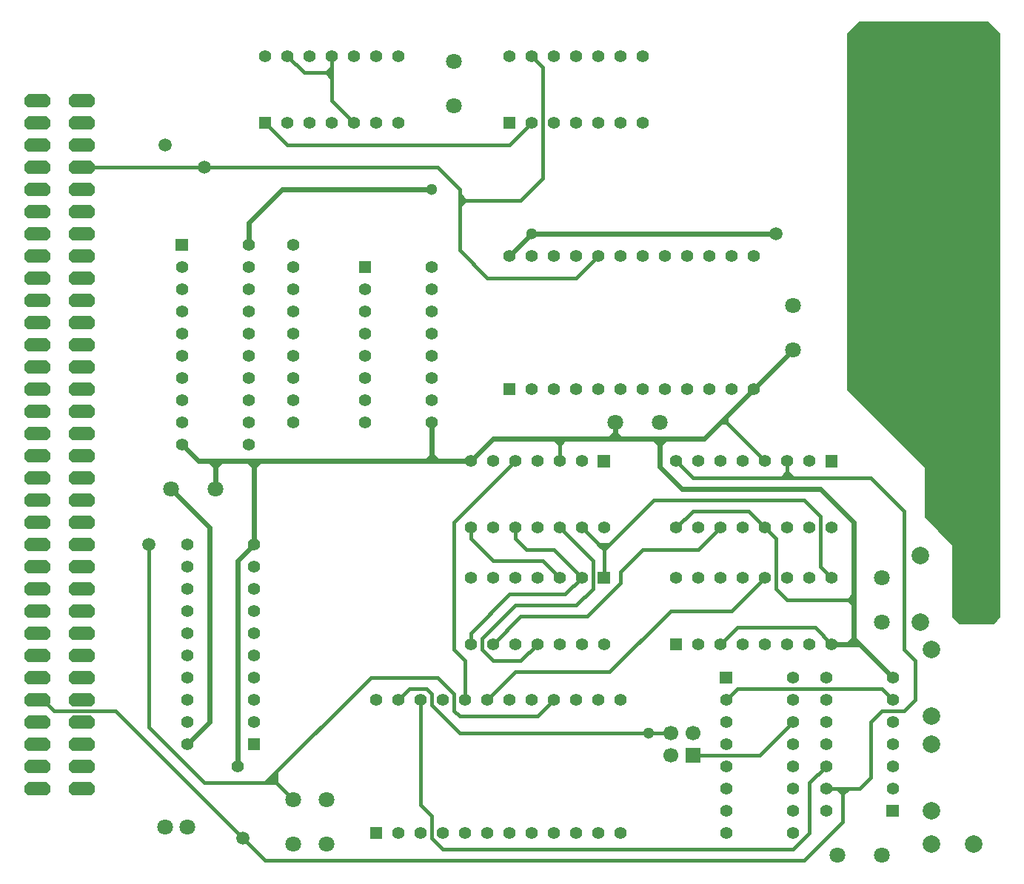
<source format=gbr>
%FSLAX34Y34*%
%MOMM*%
%LNCOPPER_TOP*%
G71*
G01*
%ADD10C,1.400*%
%ADD11C,1.400*%
%ADD12C,0.400*%
%ADD13C,2.000*%
%ADD14C,1.700*%
%ADD15C,1.800*%
%ADD16C,0.600*%
%ADD17C,1.500*%
%ADD18C,1.300*%
%LPD*%
G36*
X67550Y854012D02*
X71938Y858400D01*
X93162Y858400D01*
X97550Y854012D01*
X97550Y847788D01*
X93162Y843400D01*
X71938Y843400D01*
X67550Y847788D01*
X67550Y854012D01*
G37*
G36*
X118350Y854012D02*
X122738Y858400D01*
X143962Y858400D01*
X148350Y854012D01*
X148350Y847788D01*
X143962Y843400D01*
X122738Y843400D01*
X118350Y847788D01*
X118350Y854012D01*
G37*
G36*
X67550Y828612D02*
X71938Y833000D01*
X93162Y833000D01*
X97550Y828612D01*
X97550Y822388D01*
X93162Y818000D01*
X71938Y818000D01*
X67550Y822388D01*
X67550Y828612D01*
G37*
G36*
X118350Y828612D02*
X122738Y833000D01*
X143962Y833000D01*
X148350Y828612D01*
X148350Y822388D01*
X143962Y818000D01*
X122738Y818000D01*
X118350Y822388D01*
X118350Y828612D01*
G37*
G36*
X67550Y803212D02*
X71938Y807600D01*
X93162Y807600D01*
X97550Y803212D01*
X97550Y796988D01*
X93162Y792600D01*
X71938Y792600D01*
X67550Y796988D01*
X67550Y803212D01*
G37*
G36*
X118350Y803212D02*
X122738Y807600D01*
X143962Y807600D01*
X148350Y803212D01*
X148350Y796988D01*
X143962Y792600D01*
X122738Y792600D01*
X118350Y796988D01*
X118350Y803212D01*
G37*
G36*
X67550Y777812D02*
X71938Y782200D01*
X93162Y782200D01*
X97550Y777812D01*
X97550Y771588D01*
X93162Y767200D01*
X71938Y767200D01*
X67550Y771588D01*
X67550Y777812D01*
G37*
G36*
X118350Y777812D02*
X122738Y782200D01*
X143962Y782200D01*
X148350Y777812D01*
X148350Y771588D01*
X143962Y767200D01*
X122738Y767200D01*
X118350Y771588D01*
X118350Y777812D01*
G37*
G36*
X67550Y752412D02*
X71938Y756800D01*
X93162Y756800D01*
X97550Y752412D01*
X97550Y746188D01*
X93162Y741800D01*
X71938Y741800D01*
X67550Y746188D01*
X67550Y752412D01*
G37*
G36*
X118350Y752412D02*
X122738Y756800D01*
X143962Y756800D01*
X148350Y752412D01*
X148350Y746188D01*
X143962Y741800D01*
X122738Y741800D01*
X118350Y746188D01*
X118350Y752412D01*
G37*
G36*
X67550Y727012D02*
X71938Y731400D01*
X93162Y731400D01*
X97550Y727012D01*
X97550Y720788D01*
X93162Y716400D01*
X71938Y716400D01*
X67550Y720788D01*
X67550Y727012D01*
G37*
G36*
X118350Y727012D02*
X122738Y731400D01*
X143962Y731400D01*
X148350Y727012D01*
X148350Y720788D01*
X143962Y716400D01*
X122738Y716400D01*
X118350Y720788D01*
X118350Y727012D01*
G37*
G36*
X67550Y701612D02*
X71938Y706000D01*
X93162Y706000D01*
X97550Y701612D01*
X97550Y695388D01*
X93162Y691000D01*
X71938Y691000D01*
X67550Y695388D01*
X67550Y701612D01*
G37*
G36*
X118350Y701612D02*
X122738Y706000D01*
X143962Y706000D01*
X148350Y701612D01*
X148350Y695388D01*
X143962Y691000D01*
X122738Y691000D01*
X118350Y695388D01*
X118350Y701612D01*
G37*
G36*
X67550Y676212D02*
X71938Y680600D01*
X93162Y680600D01*
X97550Y676212D01*
X97550Y669988D01*
X93162Y665600D01*
X71938Y665600D01*
X67550Y669988D01*
X67550Y676212D01*
G37*
G36*
X118350Y676212D02*
X122738Y680600D01*
X143962Y680600D01*
X148350Y676212D01*
X148350Y669988D01*
X143962Y665600D01*
X122738Y665600D01*
X118350Y669988D01*
X118350Y676212D01*
G37*
G36*
X67550Y650812D02*
X71938Y655200D01*
X93162Y655200D01*
X97550Y650812D01*
X97550Y644588D01*
X93162Y640200D01*
X71938Y640200D01*
X67550Y644588D01*
X67550Y650812D01*
G37*
G36*
X118350Y650812D02*
X122738Y655200D01*
X143962Y655200D01*
X148350Y650812D01*
X148350Y644588D01*
X143962Y640200D01*
X122738Y640200D01*
X118350Y644588D01*
X118350Y650812D01*
G37*
G36*
X67550Y625412D02*
X71938Y629800D01*
X93162Y629800D01*
X97550Y625412D01*
X97550Y619188D01*
X93162Y614800D01*
X71938Y614800D01*
X67550Y619188D01*
X67550Y625412D01*
G37*
G36*
X118350Y625412D02*
X122738Y629800D01*
X143962Y629800D01*
X148350Y625412D01*
X148350Y619188D01*
X143962Y614800D01*
X122738Y614800D01*
X118350Y619188D01*
X118350Y625412D01*
G37*
G36*
X67550Y600012D02*
X71938Y604400D01*
X93162Y604400D01*
X97550Y600012D01*
X97550Y593788D01*
X93162Y589400D01*
X71938Y589400D01*
X67550Y593788D01*
X67550Y600012D01*
G37*
G36*
X118350Y600012D02*
X122738Y604400D01*
X143962Y604400D01*
X148350Y600012D01*
X148350Y593788D01*
X143962Y589400D01*
X122738Y589400D01*
X118350Y593788D01*
X118350Y600012D01*
G37*
G36*
X67550Y574612D02*
X71938Y579000D01*
X93162Y579000D01*
X97550Y574612D01*
X97550Y568388D01*
X93162Y564000D01*
X71938Y564000D01*
X67550Y568388D01*
X67550Y574612D01*
G37*
G36*
X118350Y574612D02*
X122738Y579000D01*
X143962Y579000D01*
X148350Y574612D01*
X148350Y568388D01*
X143962Y564000D01*
X122738Y564000D01*
X118350Y568388D01*
X118350Y574612D01*
G37*
G36*
X67550Y549212D02*
X71938Y553600D01*
X93162Y553600D01*
X97550Y549212D01*
X97550Y542988D01*
X93162Y538600D01*
X71938Y538600D01*
X67550Y542988D01*
X67550Y549212D01*
G37*
G36*
X118350Y549212D02*
X122738Y553600D01*
X143962Y553600D01*
X148350Y549212D01*
X148350Y542988D01*
X143962Y538600D01*
X122738Y538600D01*
X118350Y542988D01*
X118350Y549212D01*
G37*
G36*
X67550Y523812D02*
X71938Y528200D01*
X93162Y528200D01*
X97550Y523812D01*
X97550Y517588D01*
X93162Y513200D01*
X71938Y513200D01*
X67550Y517588D01*
X67550Y523812D01*
G37*
G36*
X118350Y523812D02*
X122738Y528200D01*
X143962Y528200D01*
X148350Y523812D01*
X148350Y517588D01*
X143962Y513200D01*
X122738Y513200D01*
X118350Y517588D01*
X118350Y523812D01*
G37*
G36*
X67550Y498412D02*
X71938Y502800D01*
X93162Y502800D01*
X97550Y498412D01*
X97550Y492188D01*
X93162Y487800D01*
X71938Y487800D01*
X67550Y492188D01*
X67550Y498412D01*
G37*
G36*
X118350Y498412D02*
X122738Y502800D01*
X143962Y502800D01*
X148350Y498412D01*
X148350Y492188D01*
X143962Y487800D01*
X122738Y487800D01*
X118350Y492188D01*
X118350Y498412D01*
G37*
G36*
X67550Y473012D02*
X71938Y477400D01*
X93162Y477400D01*
X97550Y473012D01*
X97550Y466788D01*
X93162Y462400D01*
X71938Y462400D01*
X67550Y466788D01*
X67550Y473012D01*
G37*
G36*
X118350Y473012D02*
X122738Y477400D01*
X143962Y477400D01*
X148350Y473012D01*
X148350Y466788D01*
X143962Y462400D01*
X122738Y462400D01*
X118350Y466788D01*
X118350Y473012D01*
G37*
G36*
X67550Y447612D02*
X71938Y452000D01*
X93162Y452000D01*
X97550Y447612D01*
X97550Y441388D01*
X93162Y437000D01*
X71938Y437000D01*
X67550Y441388D01*
X67550Y447612D01*
G37*
G36*
X118350Y447612D02*
X122738Y452000D01*
X143962Y452000D01*
X148350Y447612D01*
X148350Y441388D01*
X143962Y437000D01*
X122738Y437000D01*
X118350Y441388D01*
X118350Y447612D01*
G37*
G36*
X67550Y422212D02*
X71938Y426600D01*
X93162Y426600D01*
X97550Y422212D01*
X97550Y415988D01*
X93162Y411600D01*
X71938Y411600D01*
X67550Y415988D01*
X67550Y422212D01*
G37*
G36*
X118350Y422212D02*
X122738Y426600D01*
X143962Y426600D01*
X148350Y422212D01*
X148350Y415988D01*
X143962Y411600D01*
X122738Y411600D01*
X118350Y415988D01*
X118350Y422212D01*
G37*
G36*
X67550Y396812D02*
X71938Y401200D01*
X93162Y401200D01*
X97550Y396812D01*
X97550Y390588D01*
X93162Y386200D01*
X71938Y386200D01*
X67550Y390588D01*
X67550Y396812D01*
G37*
G36*
X118350Y396812D02*
X122738Y401200D01*
X143962Y401200D01*
X148350Y396812D01*
X148350Y390588D01*
X143962Y386200D01*
X122738Y386200D01*
X118350Y390588D01*
X118350Y396812D01*
G37*
G36*
X67550Y371412D02*
X71938Y375800D01*
X93162Y375800D01*
X97550Y371412D01*
X97550Y365188D01*
X93162Y360800D01*
X71938Y360800D01*
X67550Y365188D01*
X67550Y371412D01*
G37*
G36*
X118350Y371412D02*
X122738Y375800D01*
X143962Y375800D01*
X148350Y371412D01*
X148350Y365188D01*
X143962Y360800D01*
X122738Y360800D01*
X118350Y365188D01*
X118350Y371412D01*
G37*
G36*
X67550Y346012D02*
X71938Y350400D01*
X93162Y350400D01*
X97550Y346012D01*
X97550Y339788D01*
X93162Y335400D01*
X71938Y335400D01*
X67550Y339788D01*
X67550Y346012D01*
G37*
G36*
X118350Y346012D02*
X122738Y350400D01*
X143962Y350400D01*
X148350Y346012D01*
X148350Y339788D01*
X143962Y335400D01*
X122738Y335400D01*
X118350Y339788D01*
X118350Y346012D01*
G37*
G36*
X67550Y320612D02*
X71938Y325000D01*
X93162Y325000D01*
X97550Y320612D01*
X97550Y314388D01*
X93162Y310000D01*
X71938Y310000D01*
X67550Y314388D01*
X67550Y320612D01*
G37*
G36*
X118350Y320612D02*
X122738Y325000D01*
X143962Y325000D01*
X148350Y320612D01*
X148350Y314388D01*
X143962Y310000D01*
X122738Y310000D01*
X118350Y314388D01*
X118350Y320612D01*
G37*
G36*
X67550Y295212D02*
X71938Y299600D01*
X93162Y299600D01*
X97550Y295212D01*
X97550Y288988D01*
X93162Y284600D01*
X71938Y284600D01*
X67550Y288988D01*
X67550Y295212D01*
G37*
G36*
X118350Y295212D02*
X122738Y299600D01*
X143962Y299600D01*
X148350Y295212D01*
X148350Y288988D01*
X143962Y284600D01*
X122738Y284600D01*
X118350Y288988D01*
X118350Y295212D01*
G37*
G36*
X67550Y269812D02*
X71938Y274200D01*
X93162Y274200D01*
X97550Y269812D01*
X97550Y263588D01*
X93162Y259200D01*
X71938Y259200D01*
X67550Y263588D01*
X67550Y269812D01*
G37*
G36*
X118350Y269812D02*
X122738Y274200D01*
X143962Y274200D01*
X148350Y269812D01*
X148350Y263588D01*
X143962Y259200D01*
X122738Y259200D01*
X118350Y263588D01*
X118350Y269812D01*
G37*
G36*
X67550Y244412D02*
X71938Y248800D01*
X93162Y248800D01*
X97550Y244412D01*
X97550Y238188D01*
X93162Y233800D01*
X71938Y233800D01*
X67550Y238188D01*
X67550Y244412D01*
G37*
G36*
X118350Y244412D02*
X122738Y248800D01*
X143962Y248800D01*
X148350Y244412D01*
X148350Y238188D01*
X143962Y233800D01*
X122738Y233800D01*
X118350Y238188D01*
X118350Y244412D01*
G37*
G36*
X67550Y219012D02*
X71938Y223400D01*
X93162Y223400D01*
X97550Y219012D01*
X97550Y212788D01*
X93162Y208400D01*
X71938Y208400D01*
X67550Y212788D01*
X67550Y219012D01*
G37*
G36*
X118350Y219012D02*
X122738Y223400D01*
X143962Y223400D01*
X148350Y219012D01*
X148350Y212788D01*
X143962Y208400D01*
X122738Y208400D01*
X118350Y212788D01*
X118350Y219012D01*
G37*
G36*
X67550Y193612D02*
X71938Y198000D01*
X93162Y198000D01*
X97550Y193612D01*
X97550Y187388D01*
X93162Y183000D01*
X71938Y183000D01*
X67550Y187388D01*
X67550Y193612D01*
G37*
G36*
X118350Y193612D02*
X122738Y198000D01*
X143962Y198000D01*
X148350Y193612D01*
X148350Y187388D01*
X143962Y183000D01*
X122738Y183000D01*
X118350Y187388D01*
X118350Y193612D01*
G37*
G36*
X67550Y168212D02*
X71938Y172600D01*
X93162Y172600D01*
X97550Y168212D01*
X97550Y161988D01*
X93162Y157600D01*
X71938Y157600D01*
X67550Y161988D01*
X67550Y168212D01*
G37*
G36*
X118350Y168212D02*
X122738Y172600D01*
X143962Y172600D01*
X148350Y168212D01*
X148350Y161988D01*
X143962Y157600D01*
X122738Y157600D01*
X118350Y161988D01*
X118350Y168212D01*
G37*
G36*
X67550Y142812D02*
X71938Y147200D01*
X93162Y147200D01*
X97550Y142812D01*
X97550Y136588D01*
X93162Y132200D01*
X71938Y132200D01*
X67550Y136588D01*
X67550Y142812D01*
G37*
G36*
X118350Y142812D02*
X122738Y147200D01*
X143962Y147200D01*
X148350Y142812D01*
X148350Y136588D01*
X143962Y132200D01*
X122738Y132200D01*
X118350Y136588D01*
X118350Y142812D01*
G37*
G36*
X67550Y117412D02*
X71938Y121800D01*
X93162Y121800D01*
X97550Y117412D01*
X97550Y111188D01*
X93162Y106800D01*
X71938Y106800D01*
X67550Y111188D01*
X67550Y117412D01*
G37*
G36*
X118350Y117412D02*
X122738Y121800D01*
X143962Y121800D01*
X148350Y117412D01*
X148350Y111188D01*
X143962Y106800D01*
X122738Y106800D01*
X118350Y111188D01*
X118350Y117412D01*
G37*
G36*
X67550Y92012D02*
X71938Y96400D01*
X93162Y96400D01*
X97550Y92012D01*
X97550Y85788D01*
X93162Y81400D01*
X71938Y81400D01*
X67550Y85788D01*
X67550Y92012D01*
G37*
G36*
X118350Y92012D02*
X122738Y96400D01*
X143962Y96400D01*
X148350Y92012D01*
X148350Y85788D01*
X143962Y81400D01*
X122738Y81400D01*
X118350Y85788D01*
X118350Y92012D01*
G37*
G36*
X67550Y66612D02*
X71938Y71000D01*
X93162Y71000D01*
X97550Y66612D01*
X97550Y60388D01*
X93162Y56000D01*
X71938Y56000D01*
X67550Y60388D01*
X67550Y66612D01*
G37*
G36*
X118350Y66612D02*
X122738Y71000D01*
X143962Y71000D01*
X148350Y66612D01*
X148350Y60388D01*
X143962Y56000D01*
X122738Y56000D01*
X118350Y60388D01*
X118350Y66612D01*
G37*
G36*
X254650Y692800D02*
X254650Y678800D01*
X240650Y678800D01*
X240650Y692800D01*
X254650Y692800D01*
G37*
X247650Y660400D02*
G54D10*
D03*
X247650Y635000D02*
G54D10*
D03*
X247650Y609600D02*
G54D10*
D03*
X247650Y584200D02*
G54D10*
D03*
X247650Y558800D02*
G54D10*
D03*
X247650Y533400D02*
G54D10*
D03*
X247650Y508000D02*
G54D10*
D03*
X247650Y482600D02*
G54D10*
D03*
X247650Y457200D02*
G54D10*
D03*
X323850Y457200D02*
G54D10*
D03*
X323850Y482600D02*
G54D10*
D03*
X323850Y508000D02*
G54D10*
D03*
X323850Y533400D02*
G54D10*
D03*
X323850Y558800D02*
G54D10*
D03*
X323850Y584200D02*
G54D10*
D03*
X323850Y609600D02*
G54D10*
D03*
X323850Y635000D02*
G54D10*
D03*
X323850Y660400D02*
G54D10*
D03*
X323850Y685800D02*
G54D10*
D03*
X374650Y508000D02*
G54D11*
D03*
X374650Y533400D02*
G54D11*
D03*
X374650Y558800D02*
G54D11*
D03*
X374650Y584200D02*
G54D11*
D03*
X374650Y609600D02*
G54D11*
D03*
X374650Y635000D02*
G54D11*
D03*
X374650Y660400D02*
G54D11*
D03*
X374650Y685800D02*
G54D11*
D03*
X374650Y482600D02*
G54D11*
D03*
G36*
X335900Y832500D02*
X349900Y832500D01*
X349900Y818500D01*
X335900Y818500D01*
X335900Y832500D01*
G37*
X368300Y825500D02*
G54D10*
D03*
X393700Y825500D02*
G54D10*
D03*
X419100Y825500D02*
G54D10*
D03*
X444500Y825500D02*
G54D10*
D03*
X469900Y825500D02*
G54D10*
D03*
X495300Y825500D02*
G54D10*
D03*
X495300Y901700D02*
G54D10*
D03*
X469900Y901700D02*
G54D10*
D03*
X444500Y901700D02*
G54D10*
D03*
X419100Y901700D02*
G54D10*
D03*
X393700Y901700D02*
G54D10*
D03*
X368300Y901700D02*
G54D10*
D03*
X342900Y901700D02*
G54D10*
D03*
G36*
X615300Y527700D02*
X629300Y527700D01*
X629300Y513700D01*
X615300Y513700D01*
X615300Y527700D01*
G37*
X647700Y520700D02*
G54D10*
D03*
X673100Y520700D02*
G54D10*
D03*
X698500Y520700D02*
G54D10*
D03*
X723900Y520700D02*
G54D10*
D03*
X749300Y520700D02*
G54D10*
D03*
X774700Y520700D02*
G54D10*
D03*
X800100Y520700D02*
G54D10*
D03*
X825500Y520700D02*
G54D10*
D03*
X850900Y520700D02*
G54D10*
D03*
X876300Y520700D02*
G54D10*
D03*
X901700Y520700D02*
G54D10*
D03*
X901700Y673100D02*
G54D10*
D03*
X876300Y673100D02*
G54D10*
D03*
X850900Y673100D02*
G54D10*
D03*
X825500Y673100D02*
G54D10*
D03*
X800100Y673100D02*
G54D10*
D03*
X774700Y673100D02*
G54D10*
D03*
X749300Y673100D02*
G54D10*
D03*
X723900Y673100D02*
G54D10*
D03*
X698500Y673100D02*
G54D10*
D03*
X673100Y673100D02*
G54D10*
D03*
X647700Y673100D02*
G54D10*
D03*
X622300Y673100D02*
G54D10*
D03*
G36*
X615300Y832500D02*
X629300Y832500D01*
X629300Y818500D01*
X615300Y818500D01*
X615300Y832500D01*
G37*
X647700Y825500D02*
G54D10*
D03*
X673100Y825500D02*
G54D10*
D03*
X698500Y825500D02*
G54D10*
D03*
X723900Y825500D02*
G54D10*
D03*
X749300Y825500D02*
G54D10*
D03*
X774700Y825500D02*
G54D10*
D03*
X774700Y901700D02*
G54D10*
D03*
X749300Y901700D02*
G54D10*
D03*
X723900Y901700D02*
G54D10*
D03*
X698500Y901700D02*
G54D10*
D03*
X673100Y901700D02*
G54D10*
D03*
X647700Y901700D02*
G54D10*
D03*
X622300Y901700D02*
G54D10*
D03*
G54D12*
X133350Y774700D02*
X539750Y774700D01*
X565150Y749300D01*
X565150Y679450D01*
X596900Y647700D01*
X698500Y647700D01*
X723900Y673100D01*
G54D12*
X342900Y825500D02*
X368300Y800100D01*
X622300Y800100D01*
X647700Y825500D01*
G36*
X323200Y107300D02*
X323200Y121300D01*
X337200Y121300D01*
X337200Y107300D01*
X323200Y107300D01*
G37*
X330200Y139700D02*
G54D10*
D03*
X330200Y165100D02*
G54D10*
D03*
X330200Y190500D02*
G54D10*
D03*
X330200Y215900D02*
G54D10*
D03*
X330200Y241300D02*
G54D10*
D03*
X330200Y266700D02*
G54D10*
D03*
X330200Y292100D02*
G54D10*
D03*
X330200Y317500D02*
G54D10*
D03*
X330200Y342900D02*
G54D10*
D03*
X254000Y342900D02*
G54D10*
D03*
X254000Y317500D02*
G54D10*
D03*
X254000Y292100D02*
G54D10*
D03*
X254000Y266700D02*
G54D10*
D03*
X254000Y241300D02*
G54D10*
D03*
X254000Y215900D02*
G54D10*
D03*
X254000Y190500D02*
G54D10*
D03*
X254000Y165100D02*
G54D10*
D03*
X254000Y139700D02*
G54D10*
D03*
X254000Y114300D02*
G54D10*
D03*
G36*
X1053450Y31100D02*
X1053450Y45100D01*
X1067450Y45100D01*
X1067450Y31100D01*
X1053450Y31100D01*
G37*
X1060450Y63500D02*
G54D10*
D03*
X1060450Y88900D02*
G54D10*
D03*
X1060450Y114300D02*
G54D10*
D03*
X1060450Y139700D02*
G54D10*
D03*
X1060450Y165100D02*
G54D10*
D03*
X1060450Y190500D02*
G54D10*
D03*
X984250Y190500D02*
G54D10*
D03*
X984250Y165100D02*
G54D10*
D03*
X984250Y139700D02*
G54D10*
D03*
X984250Y114300D02*
G54D10*
D03*
X984250Y88900D02*
G54D10*
D03*
X984250Y63500D02*
G54D10*
D03*
X984250Y38100D02*
G54D10*
D03*
X1104900Y38100D02*
G54D13*
D03*
X1104900Y114300D02*
G54D13*
D03*
X1104900Y146050D02*
G54D13*
D03*
X1104900Y222250D02*
G54D13*
D03*
X1104900Y0D02*
G54D13*
D03*
X1153300Y0D02*
G54D13*
D03*
G36*
X876950Y197500D02*
X876950Y183500D01*
X862950Y183500D01*
X862950Y197500D01*
X876950Y197500D01*
G37*
X869950Y165100D02*
G54D10*
D03*
X869950Y139700D02*
G54D10*
D03*
X869950Y114300D02*
G54D10*
D03*
X869950Y88900D02*
G54D10*
D03*
X869950Y63500D02*
G54D10*
D03*
X869950Y38100D02*
G54D10*
D03*
X869950Y12700D02*
G54D10*
D03*
X946150Y12700D02*
G54D10*
D03*
X946150Y38100D02*
G54D10*
D03*
X946150Y63500D02*
G54D10*
D03*
X946150Y88900D02*
G54D10*
D03*
X946150Y114300D02*
G54D10*
D03*
X946150Y139700D02*
G54D10*
D03*
X946150Y165100D02*
G54D10*
D03*
X946150Y190500D02*
G54D10*
D03*
G36*
X823350Y93100D02*
X823350Y110100D01*
X840350Y110100D01*
X840350Y93100D01*
X823350Y93100D01*
G37*
X806450Y101600D02*
G54D14*
D03*
X831850Y127000D02*
G54D14*
D03*
X806450Y127000D02*
G54D14*
D03*
G36*
X737250Y431150D02*
X723250Y431150D01*
X723250Y445150D01*
X737250Y445150D01*
X737250Y431150D01*
G37*
X704850Y438150D02*
G54D10*
D03*
X679450Y438150D02*
G54D10*
D03*
X654050Y438150D02*
G54D10*
D03*
X628650Y438150D02*
G54D10*
D03*
X603250Y438150D02*
G54D10*
D03*
X577850Y438150D02*
G54D10*
D03*
X577850Y361950D02*
G54D10*
D03*
X603250Y361950D02*
G54D10*
D03*
X628650Y361950D02*
G54D10*
D03*
X654050Y361950D02*
G54D10*
D03*
X679450Y361950D02*
G54D10*
D03*
X704850Y361950D02*
G54D10*
D03*
X730250Y361950D02*
G54D10*
D03*
G36*
X997600Y431150D02*
X983600Y431150D01*
X983600Y445150D01*
X997600Y445150D01*
X997600Y431150D01*
G37*
X965200Y438150D02*
G54D10*
D03*
X939800Y438150D02*
G54D10*
D03*
X914400Y438150D02*
G54D10*
D03*
X889000Y438150D02*
G54D10*
D03*
X863600Y438150D02*
G54D10*
D03*
X838200Y438150D02*
G54D10*
D03*
X812800Y438150D02*
G54D10*
D03*
X812800Y361950D02*
G54D10*
D03*
X838200Y361950D02*
G54D10*
D03*
X863600Y361950D02*
G54D10*
D03*
X889000Y361950D02*
G54D10*
D03*
X914400Y361950D02*
G54D10*
D03*
X939800Y361950D02*
G54D10*
D03*
X965200Y361950D02*
G54D10*
D03*
X990600Y361950D02*
G54D10*
D03*
G36*
X737250Y297800D02*
X723250Y297800D01*
X723250Y311800D01*
X737250Y311800D01*
X737250Y297800D01*
G37*
X704850Y304800D02*
G54D10*
D03*
X679450Y304800D02*
G54D10*
D03*
X654050Y304800D02*
G54D10*
D03*
X628650Y304800D02*
G54D10*
D03*
X603250Y304800D02*
G54D10*
D03*
X577850Y304800D02*
G54D10*
D03*
X577850Y228600D02*
G54D10*
D03*
X603250Y228600D02*
G54D10*
D03*
X628650Y228600D02*
G54D10*
D03*
X654050Y228600D02*
G54D10*
D03*
X679450Y228600D02*
G54D10*
D03*
X704850Y228600D02*
G54D10*
D03*
X730250Y228600D02*
G54D10*
D03*
G36*
X805800Y235600D02*
X819800Y235600D01*
X819800Y221600D01*
X805800Y221600D01*
X805800Y235600D01*
G37*
X838200Y228600D02*
G54D10*
D03*
X863600Y228600D02*
G54D10*
D03*
X889000Y228600D02*
G54D10*
D03*
X914400Y228600D02*
G54D10*
D03*
X939800Y228600D02*
G54D10*
D03*
X965200Y228600D02*
G54D10*
D03*
X990600Y228600D02*
G54D10*
D03*
X990600Y304800D02*
G54D10*
D03*
X965200Y304800D02*
G54D10*
D03*
X939800Y304800D02*
G54D10*
D03*
X914400Y304800D02*
G54D10*
D03*
X889000Y304800D02*
G54D10*
D03*
X863600Y304800D02*
G54D10*
D03*
X838200Y304800D02*
G54D10*
D03*
X812800Y304800D02*
G54D10*
D03*
G54D12*
X628650Y361950D02*
X628650Y349250D01*
X641350Y336550D01*
X673100Y336550D01*
X704850Y304800D01*
G54D12*
X679450Y304800D02*
X660400Y323850D01*
X603250Y323850D01*
X577850Y349250D01*
X577850Y361950D01*
G54D12*
X730250Y304800D02*
X730250Y336550D01*
X704850Y361950D01*
X1047750Y304800D02*
G54D15*
D03*
X1047750Y254000D02*
G54D15*
D03*
X1092200Y254000D02*
G54D13*
D03*
X1092200Y330200D02*
G54D13*
D03*
G36*
X462900Y19700D02*
X476900Y19700D01*
X476900Y5700D01*
X462900Y5700D01*
X462900Y19700D01*
G37*
X495300Y12700D02*
G54D10*
D03*
X520700Y12700D02*
G54D10*
D03*
X546100Y12700D02*
G54D10*
D03*
X571500Y12700D02*
G54D10*
D03*
X596900Y12700D02*
G54D10*
D03*
X622300Y12700D02*
G54D10*
D03*
X647700Y12700D02*
G54D10*
D03*
X673100Y12700D02*
G54D10*
D03*
X698500Y12700D02*
G54D10*
D03*
X723900Y12700D02*
G54D10*
D03*
X749300Y12700D02*
G54D10*
D03*
X749300Y165100D02*
G54D10*
D03*
X723900Y165100D02*
G54D10*
D03*
X698500Y165100D02*
G54D10*
D03*
X673100Y165100D02*
G54D10*
D03*
X647700Y165100D02*
G54D10*
D03*
X622300Y165100D02*
G54D10*
D03*
X596900Y165100D02*
G54D10*
D03*
X571500Y165100D02*
G54D10*
D03*
X546100Y165100D02*
G54D10*
D03*
X520700Y165100D02*
G54D10*
D03*
X495300Y165100D02*
G54D10*
D03*
X469900Y165100D02*
G54D10*
D03*
G54D12*
X679450Y361950D02*
X717550Y323850D01*
X717550Y292100D01*
X698500Y273050D01*
X628650Y273050D01*
X590550Y234950D01*
X590550Y222250D01*
X603250Y209550D01*
X635000Y209550D01*
X654050Y228600D01*
G54D12*
X704850Y304800D02*
X685800Y285750D01*
X622300Y285750D01*
X577850Y241300D01*
X577850Y228600D01*
G54D12*
X520700Y165100D02*
X520700Y44450D01*
X533400Y31750D01*
X533400Y6350D01*
X546100Y-6350D01*
X946150Y-6350D01*
X965200Y12700D01*
X965200Y69850D01*
X984250Y88900D01*
G54D12*
X1060450Y165100D02*
X1047750Y177800D01*
X882650Y177800D01*
X869950Y165100D01*
G54D12*
X88900Y165100D02*
X101600Y152400D01*
X171450Y152400D01*
X342900Y-19050D01*
X958850Y-19050D01*
X1003300Y25400D01*
X1003300Y63500D01*
G54D12*
X946150Y139700D02*
X908050Y101600D01*
X831850Y101600D01*
G54D12*
X806450Y127000D02*
X565150Y127000D01*
X533400Y158750D01*
X533400Y171450D01*
X527050Y177800D01*
X508000Y177800D01*
X495300Y165100D01*
G54D12*
X603250Y228600D02*
X635000Y260350D01*
X711200Y260350D01*
X749300Y298450D01*
X749300Y311150D01*
X774700Y336550D01*
X838200Y336550D01*
X863600Y361950D01*
G54D12*
X730250Y336550D02*
X787400Y393700D01*
X958850Y393700D01*
X977900Y374650D01*
X977900Y317500D01*
X990600Y304800D01*
G36*
X730250Y336550D02*
X736600Y342900D01*
X723900Y342900D01*
X730250Y336550D01*
G37*
G54D12*
X730250Y336550D02*
X736600Y342900D01*
X723900Y342900D01*
X730250Y336550D01*
G54D12*
X914400Y304800D02*
X876300Y266700D01*
X806450Y266700D01*
X736600Y196850D01*
X628650Y196850D01*
X596900Y165100D01*
X1047750Y-12700D02*
G54D15*
D03*
X996950Y-12700D02*
G54D15*
D03*
G54D16*
X990600Y228600D02*
X1022350Y228600D01*
X1060450Y190500D01*
G54D16*
X1016000Y228600D02*
X1016000Y368300D01*
X977900Y406400D01*
X819150Y406400D01*
X793750Y431800D01*
X793750Y463550D01*
G36*
X1009650Y228600D02*
X1022350Y228600D01*
X1016000Y234950D01*
X1009650Y228600D01*
G37*
G54D16*
X1009650Y228600D02*
X1022350Y228600D01*
X1016000Y234950D01*
X1009650Y228600D01*
G54D12*
X628650Y438150D02*
X558800Y368300D01*
X558800Y222250D01*
X571500Y209550D01*
X571500Y165100D01*
G36*
X793750Y457200D02*
X787400Y463550D01*
X800100Y463550D01*
X793750Y457200D01*
G37*
G54D16*
X793750Y457200D02*
X787400Y463550D01*
X800100Y463550D01*
X793750Y457200D01*
X209550Y342900D02*
G54D17*
D03*
G54D12*
X673100Y165100D02*
X654050Y146050D01*
X565150Y146050D01*
X558800Y152400D01*
X558800Y171450D01*
X539750Y190500D01*
X463550Y190500D01*
X342900Y69850D01*
X273050Y69850D01*
X209550Y133350D01*
X209550Y342900D01*
G54D16*
X577850Y438150D02*
X266700Y438150D01*
X247650Y457200D01*
G54D16*
X330200Y342900D02*
X330200Y438150D01*
X558800Y895350D02*
G54D15*
D03*
X558800Y844550D02*
G54D15*
D03*
G36*
X565150Y730250D02*
X565150Y742950D01*
X571500Y736600D01*
X565150Y730250D01*
G37*
G54D12*
X565150Y730250D02*
X565150Y742950D01*
X571500Y736600D01*
X565150Y730250D01*
G54D16*
X927100Y698500D02*
X647700Y698500D01*
X622300Y673100D01*
X927100Y698500D02*
G54D17*
D03*
X946150Y615950D02*
G54D15*
D03*
X946150Y565150D02*
G54D15*
D03*
G54D16*
X901700Y520700D02*
X946150Y565150D01*
X285750Y406400D02*
G54D15*
D03*
X234950Y406400D02*
G54D15*
D03*
G54D16*
X285750Y406400D02*
X285750Y438150D01*
G36*
X279400Y438150D02*
X292100Y438150D01*
X285750Y431800D01*
X279400Y438150D01*
G37*
G54D16*
X279400Y438150D02*
X292100Y438150D01*
X285750Y431800D01*
X279400Y438150D01*
G54D16*
X234950Y406400D02*
X279400Y361950D01*
X279400Y139700D01*
X254000Y114300D01*
X793750Y482600D02*
G54D15*
D03*
X742950Y482600D02*
G54D15*
D03*
G54D16*
X742950Y463550D02*
X742950Y482600D01*
G36*
X736600Y463550D02*
X749300Y463550D01*
X742950Y469900D01*
X736600Y463550D01*
G37*
G54D16*
X736600Y463550D02*
X749300Y463550D01*
X742950Y469900D01*
X736600Y463550D01*
G54D16*
X533400Y438150D02*
X533400Y482600D01*
G36*
X539750Y438150D02*
X527050Y438150D01*
X533400Y444500D01*
X539750Y438150D01*
G37*
G54D16*
X539750Y438150D02*
X527050Y438150D01*
X533400Y444500D01*
X539750Y438150D01*
G36*
X330200Y431800D02*
X336550Y438150D01*
X323850Y438150D01*
X330200Y431800D01*
G37*
G54D16*
X330200Y431800D02*
X336550Y438150D01*
X323850Y438150D01*
X330200Y431800D01*
G54D16*
X901700Y520700D02*
X844550Y463550D01*
X603250Y463550D01*
X577850Y438150D01*
G54D12*
X914400Y361950D02*
X927100Y349250D01*
X927100Y292100D01*
X939800Y279400D01*
X1016000Y279400D01*
G36*
X1016000Y285750D02*
X1009650Y279400D01*
X1016000Y273050D01*
X1016000Y285750D01*
G37*
G54D12*
X1016000Y285750D02*
X1009650Y279400D01*
X1016000Y273050D01*
X1016000Y285750D01*
G54D12*
X984250Y63500D02*
X1022350Y63500D01*
X1035050Y76200D01*
X1035050Y139700D01*
X1047750Y152400D01*
X1073150Y152400D01*
X1085850Y165100D01*
X1085850Y209550D01*
X1073150Y222250D01*
X1073150Y381000D01*
X1035050Y419100D01*
X831850Y419100D01*
X812800Y438150D01*
G54D12*
X939800Y438150D02*
X939800Y419100D01*
G36*
X939800Y425450D02*
X946150Y419100D01*
X933450Y419100D01*
X939800Y425450D01*
G37*
G54D12*
X939800Y425450D02*
X946150Y419100D01*
X933450Y419100D01*
X939800Y425450D01*
G54D16*
X330200Y342900D02*
X311150Y323850D01*
X311150Y88900D01*
X311150Y88900D02*
G54D11*
D03*
X412750Y0D02*
G54D15*
D03*
X412750Y50800D02*
G54D15*
D03*
G54D12*
X419100Y882650D02*
X387350Y882650D01*
X368300Y901700D01*
G36*
X996950Y63500D02*
X1009650Y63500D01*
X1003300Y57150D01*
X996950Y63500D01*
G37*
G54D12*
X996950Y63500D02*
X1009650Y63500D01*
X1003300Y57150D01*
X996950Y63500D01*
G54D12*
X679450Y438150D02*
X679450Y463550D01*
G36*
X673100Y463550D02*
X685800Y463550D01*
X679450Y457200D01*
X673100Y463550D01*
G37*
G54D12*
X673100Y463550D02*
X685800Y463550D01*
X679450Y457200D01*
X673100Y463550D01*
G54D12*
X863600Y228600D02*
X882650Y247650D01*
X971550Y247650D01*
X990600Y228600D01*
G54D12*
X419100Y901700D02*
X419100Y850900D01*
X444500Y825500D01*
G36*
X419100Y889000D02*
X412750Y882650D01*
X419100Y876300D01*
X419100Y889000D01*
G37*
G54D12*
X419100Y889000D02*
X412750Y882650D01*
X419100Y876300D01*
X419100Y889000D01*
X647700Y698500D02*
G54D18*
D03*
G54D16*
X533400Y749300D02*
X361950Y749300D01*
X323850Y711200D01*
X323850Y685800D01*
X228600Y19050D02*
G54D15*
D03*
X254000Y19050D02*
G54D15*
D03*
G54D12*
X812800Y361950D02*
X831850Y381000D01*
X895350Y381000D01*
X914400Y361950D01*
G54D12*
X914400Y438150D02*
X869950Y482600D01*
G36*
X869950Y488950D02*
X869950Y482600D01*
X863600Y482600D01*
X869950Y488950D01*
G37*
G54D12*
X869950Y488950D02*
X869950Y482600D01*
X863600Y482600D01*
X869950Y488950D01*
X533400Y749300D02*
G54D18*
D03*
G54D12*
X647700Y901700D02*
X660400Y889000D01*
X660400Y762000D01*
X635000Y736600D01*
X565150Y736600D01*
X317500Y6350D02*
G54D17*
D03*
X228600Y800100D02*
G54D17*
D03*
X273050Y774700D02*
G54D17*
D03*
X781050Y127000D02*
G54D18*
D03*
G36*
X464200Y667400D02*
X464200Y653400D01*
X450200Y653400D01*
X450200Y667400D01*
X464200Y667400D01*
G37*
X457200Y635000D02*
G54D10*
D03*
X457200Y609600D02*
G54D10*
D03*
X457200Y584200D02*
G54D10*
D03*
X457200Y558800D02*
G54D10*
D03*
X457200Y533400D02*
G54D10*
D03*
X457200Y508000D02*
G54D10*
D03*
X457200Y482600D02*
G54D10*
D03*
X533400Y482600D02*
G54D10*
D03*
X533400Y508000D02*
G54D10*
D03*
X533400Y533400D02*
G54D10*
D03*
X533400Y558800D02*
G54D10*
D03*
X533400Y584200D02*
G54D10*
D03*
X533400Y609600D02*
G54D10*
D03*
X533400Y635000D02*
G54D10*
D03*
X533400Y660400D02*
G54D10*
D03*
X374650Y0D02*
G54D15*
D03*
X374650Y50800D02*
G54D15*
D03*
G54D12*
X374650Y50800D02*
X349250Y76200D01*
G36*
X342900Y69850D02*
X355600Y69850D01*
X355600Y82550D01*
X342900Y69850D01*
G37*
G54D12*
X342900Y69850D02*
X355600Y69850D01*
X355600Y82550D01*
X342900Y69850D01*
G36*
X1009650Y927100D02*
X1009650Y520700D01*
X1098550Y431800D01*
X1098550Y374650D01*
X1130300Y342900D01*
X1130300Y260350D01*
X1136650Y254000D01*
X1174750Y254000D01*
X1181100Y260350D01*
X1181100Y927100D01*
X1168400Y939800D01*
X1022350Y939800D01*
X1009650Y927100D01*
G37*
G54D12*
X1009650Y927100D02*
X1009650Y520700D01*
X1098550Y431800D01*
X1098550Y374650D01*
X1130300Y342900D01*
X1130300Y260350D01*
X1136650Y254000D01*
X1174750Y254000D01*
X1181100Y260350D01*
X1181100Y927100D01*
X1168400Y939800D01*
X1022350Y939800D01*
X1009650Y927100D01*
M02*

</source>
